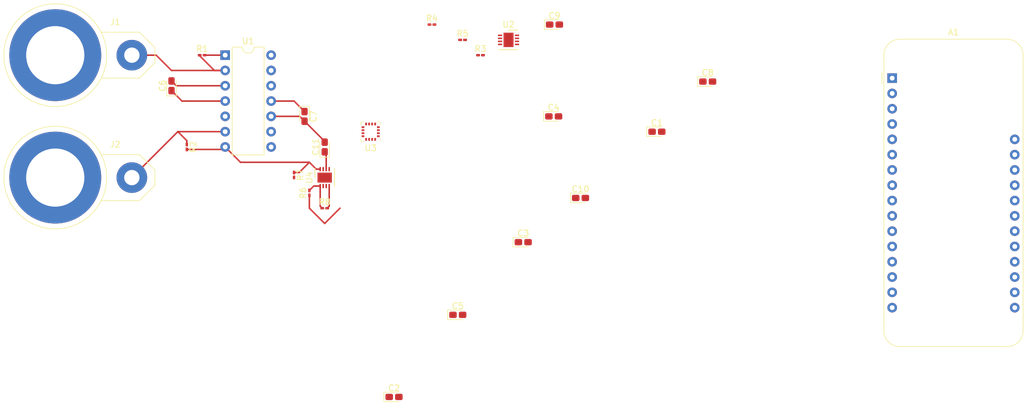
<source format=kicad_pcb>
(kicad_pcb (version 20211014) (generator pcbnew)
  (layers (0 "F.Cu" signal) (31 "B.Cu" signal) (34 "B.Paste" user) (35 "F.Paste" user) (36 "B.SilkS" user "B.Silkscreen") (37 "F.SilkS" user "F.Silkscreen") (38 "B.Mask" user) (39 "F.Mask" user) (44 "Edge.Cuts" user))
  (net 0 "")
  (net 29 "Net-(C1-Pad1)")
  (net 30 "GND")
  (net 31 "Net-(U3-Pad3)")
  (net 32 "Net-(U3-Pad9)")
  (net 33 "Net-(U3-Pad2)")
  (net 34 "Net-(U3-Pad11)")
  (net 35 "Net-(U1-Pad4)")
  (net 36 "Net-(U1-Pad11)")
  (net 37 "Net-(U2-Pad3)")
  (net 38 "Net-(U2-Pad6)")
  (net 39 "Net-(U4-Pad3)")
  (net 40 "Net-(U4-Pad6)")
  (net 41 "Net-(U1-Pad2)")
  (net 43 "Net-(U1-Pad6)")
  (net 45 "Net-(U1-Pad1)")
  (net 46 "Net-(U1-Pad7)")
  (net 47 "Net-(U2-Pad1)")
  (net 48 "Net-(U3-Pad5)")
  (net 49 "Net-(U3-Pad6)")
  (net 50 "Net-(U4-Pad1)")
  (net 51 "Net-(U3-Pad7)")
  (net 54 "Net-(U3-Pad8)")
  (footprint "Resistor_SMD:R_0201_0603Metric_Pad0.64x0.40mm_HandSolder" (layer "F.Cu") (at 142.6725 71.12)
    (fp_text reference "R3" (at 0 -1.05) (layer "F.SilkS"))
    (fp_text value "R")
    (pad "1" smd roundrect (at -0.4075 0) (size 0.635 0.4) (layers "F.Cu" "F.Mask") (net 30 "GND"))
    (pad "2" smd roundrect (at 0.4075 0) (size 0.635 0.4) (layers "F.Cu" "F.Mask") (net 47 "Net-(U2-Pad1)"))
  )
  (footprint "Resistor_SMD:R_0201_0603Metric_Pad0.64x0.40mm_HandSolder" (layer "F.Cu") (at 116.84 96.52)
    (fp_text reference "R8" (at 0 -1.05) (layer "F.SilkS"))
    (fp_text value "R")
    (pad "1" smd roundrect (at -0.4075 0) (size 0.635 0.4) (layers "F.Cu" "F.Mask") (net 50 "Net-(U4-Pad1)"))
    (pad "2" smd roundrect (at 0.4075 0) (size 0.635 0.4) (layers "F.Cu" "F.Mask") (net 54 "Net-(U3-Pad8)"))
  )
  (footprint "Capacitor_Tantalum_SMD:CP_EIA-1608-10_AVX-L_Pad1.25x1.05mm_HandSolder" (layer "F.Cu") (at 180.34 75.5)
    (fp_text reference "C8" (at 0 -1.48) (layer "F.SilkS"))
    (fp_text value "Cap")
    (fp_line (start -1.685 -0.785) (end -1.685 0.785) (layer "F.SilkS") (width 0.12))
    (fp_line (start 0.8 -0.785) (end -1.685 -0.785) (layer "F.SilkS") (width 0.12))
    (fp_line (start -1.685 0.785) (end 0.8 0.785) (layer "F.SilkS") (width 0.12))
    (pad "1" smd roundrect (at -0.8 0) (size 1.25 1.05) (layers "F.Cu" "F.Paste" "F.Mask") (roundrect_rratio 0.238095) (net 37 "Net-(U2-Pad3)"))
    (pad "2" smd roundrect (at 0.8 0) (size 1.25 1.05) (layers "F.Cu" "F.Paste" "F.Mask") (roundrect_rratio 0.238095) (net 30 "GND"))
  )
  (footprint "Capacitor_Tantalum_SMD:CP_EIA-1608-10_AVX-L_Pad1.25x1.05mm_HandSolder" (layer "F.Cu") (at 138.905 114.22)
    (fp_text reference "C5" (at 0 -1.48) (layer "F.SilkS"))
    (fp_text value "Cap")
    (fp_line (start -1.685 0.785) (end 0.8 0.785) (layer "F.SilkS") (width 0.12))
    (fp_line (start 0.8 -0.785) (end -1.685 -0.785) (layer "F.SilkS") (width 0.12))
    (fp_line (start -1.685 -0.785) (end -1.685 0.785) (layer "F.SilkS") (width 0.12))
    (pad "1" smd roundrect (at -0.8 0) (size 1.25 1.05) (layers "F.Cu" "F.Paste" "F.Mask") (roundrect_rratio 0.238095) (net 34 "Net-(U3-Pad11)"))
    (pad "2" smd roundrect (at 0.8 0) (size 1.25 1.05) (layers "F.Cu" "F.Paste" "F.Mask") (roundrect_rratio 0.238095) (net 30 "GND"))
  )
  (footprint "Capacitor_Tantalum_SMD:CP_EIA-1608-10_AVX-L_Pad1.25x1.05mm_HandSolder" (layer "F.Cu") (at 116.84 86.36 90)
    (fp_text reference "C11" (at 0 -1.48 90) (layer "F.SilkS"))
    (fp_text value "Cap")
    (fp_line (start -1.685 -0.785) (end -1.685 0.785) (layer "F.SilkS") (width 0.12))
    (fp_line (start 0.8 -0.785) (end -1.685 -0.785) (layer "F.SilkS") (width 0.12))
    (fp_line (start -1.685 0.785) (end 0.8 0.785) (layer "F.SilkS") (width 0.12))
    (pad "1" smd roundrect (at -0.8 0 90) (size 1.25 1.05) (layers "F.Cu" "F.Paste" "F.Mask") (roundrect_rratio 0.238095) (net 40 "Net-(U4-Pad6)"))
    (pad "2" smd roundrect (at 0.8 0 90) (size 1.25 1.05) (layers "F.Cu" "F.Paste" "F.Mask") (roundrect_rratio 0.238095) (net 30 "GND"))
  )
  (footprint "Capacitor_Tantalum_SMD:CP_EIA-1608-10_AVX-L_Pad1.25x1.05mm_HandSolder" (layer "F.Cu") (at 154.94 66.04)
    (fp_text reference "C9" (at 0 -1.48) (layer "F.SilkS"))
    (fp_text value "Cap")
    (fp_line (start 0.8 -0.785) (end -1.685 -0.785) (layer "F.SilkS") (width 0.12))
    (fp_line (start -1.685 -0.785) (end -1.685 0.785) (layer "F.SilkS") (width 0.12))
    (fp_line (start -1.685 0.785) (end 0.8 0.785) (layer "F.SilkS") (width 0.12))
    (pad "1" smd roundrect (at -0.8 0) (size 1.25 1.05) (layers "F.Cu" "F.Paste" "F.Mask") (roundrect_rratio 0.238095) (net 38 "Net-(U2-Pad6)"))
    (pad "2" smd roundrect (at 0.8 0) (size 1.25 1.05) (layers "F.Cu" "F.Paste" "F.Mask") (roundrect_rratio 0.238095) (net 30 "GND"))
  )
  (footprint "Resistor_SMD:R_0201_0603Metric_Pad0.64x0.40mm_HandSolder" (layer "F.Cu") (at 93.98 86.36 -90)
    (fp_text reference "R2" (at 0 -1.05 90) (layer "F.SilkS"))
    (fp_text value "R")
    (pad "1" smd roundrect (at -0.4075 0 270) (size 0.635 0.4) (layers "F.Cu" "F.Mask") (net 43 "Net-(U1-Pad6)"))
    (pad "2" smd roundrect (at 0.4075 0 270) (size 0.635 0.4) (layers "F.Cu" "F.Mask") (net 46 "Net-(U1-Pad7)"))
  )
  (footprint "Resistor_SMD:R_0201_0603Metric_Pad0.64x0.40mm_HandSolder" (layer "F.Cu") (at 139.7 68.58)
    (fp_text reference "R5" (at 0 -1.05) (layer "F.SilkS"))
    (fp_text value "R")
    (pad "1" smd roundrect (at -0.4075 0) (size 0.635 0.4) (layers "F.Cu" "F.Mask") (net 47 "Net-(U2-Pad1)"))
    (pad "2" smd roundrect (at 0.4075 0) (size 0.635 0.4) (layers "F.Cu" "F.Mask") (net 49 "Net-(U3-Pad6)"))
  )
  (footprint "Capacitor_Tantalum_SMD:CP_EIA-1608-10_AVX-L_Pad1.25x1.05mm_HandSolder" (layer "F.Cu") (at 91.44 76.2 90)
    (fp_text reference "C6" (at 0 -1.48 90) (layer "F.SilkS"))
    (fp_text value "Cap")
    (fp_line (start -1.685 -0.785) (end -1.685 0.785) (layer "F.SilkS") (width 0.12))
    (fp_line (start 0.8 -0.785) (end -1.685 -0.785) (layer "F.SilkS") (width 0.12))
    (fp_line (start -1.685 0.785) (end 0.8 0.785) (layer "F.SilkS") (width 0.12))
    (pad "1" smd roundrect (at -0.8 0 90) (size 1.25 1.05) (layers "F.Cu" "F.Paste" "F.Mask") (roundrect_rratio 0.238095) (net 35 "Net-(U1-Pad4)"))
    (pad "2" smd roundrect (at 0.8 0 90) (size 1.25 1.05) (layers "F.Cu" "F.Paste" "F.Mask") (roundrect_rratio 0.238095) (net 30 "GND"))
  )
  (footprint "Package_DFN_QFN:DFN-8-1EP_3x3mm_P0.5mm_EP1.66x2.38mm" (layer "F.Cu") (at 116.84 91.44 90)
    (fp_text reference "U4" (at 0 -2.55 90) (layer "F.SilkS"))
    (fp_text value "Diff")
    (fp_line (start -1.5 1.625) (end 1.5 1.625) (layer "F.SilkS") (width 0.15))
    (fp_line (start 0 -1.625) (end 1.5 -1.625) (layer "F.SilkS") (width 0.15))
    (pad "1" smd rect (at -1.4 -0.75 90) (size 0.7 0.25) (layers "F.Cu" "F.Paste" "F.Mask") (net 50 "Net-(U4-Pad1)"))
    (pad "2" smd rect (at -1.4 -0.25 90) (size 0.7 0.25) (layers "F.Cu" "F.Paste" "F.Mask"))
    (pad "3" smd rect (at -1.4 0.25 90) (size 0.7 0.25) (layers "F.Cu" "F.Paste" "F.Mask") (net 39 "Net-(U4-Pad3)"))
    (pad "4" smd rect (at -1.4 0.75 90) (size 0.7 0.25) (layers "F.Cu" "F.Paste" "F.Mask") (net 54 "Net-(U3-Pad8)"))
    (pad "5" smd rect (at 1.4 0.75 90) (size 0.7 0.25) (layers "F.Cu" "F.Paste" "F.Mask") (net 51 "Net-(U3-Pad7)"))
    (pad "6" smd rect (at 1.4 0.25 90) (size 0.7 0.25) (layers "F.Cu" "F.Paste" "F.Mask") (net 40 "Net-(U4-Pad6)"))
    (pad "7" smd rect (at 1.4 -0.25 90) (size 0.7 0.25) (layers "F.Cu" "F.Paste" "F.Mask"))
    (pad "8" smd rect (at 1.4 -0.75 90) (size 0.7 0.25) (layers "F.Cu" "F.Paste" "F.Mask") (net 46 "Net-(U1-Pad7)"))
    (pad "9" smd rect (at 0 0 90) (size 1.66 2.38) (layers "F.Cu" "F.Mask") (net 40 "Net-(U4-Pad6)"))
  )
  (footprint "Package_DIP:DIP-14_W7.62mm" (layer "F.Cu") (at 100.34 71.115)
    (fp_text reference "U1" (at 3.81 -2.33) (layer "F.SilkS"))
    (fp_text value "Opamp_Quad")
    (fp_line (start 2.81 -1.33) (end 1.16 -1.33) (layer "F.SilkS") (width 0.12))
    (fp_line (start 6.46 -1.33) (end 4.81 -1.33) (layer "F.SilkS") (width 0.12))
    (fp_line (start 1.16 -1.33) (end 1.16 16.57) (layer "F.SilkS") (width 0.12))
    (fp_line (start 6.46 16.57) (end 6.46 -1.33) (layer "F.SilkS") (width 0.12))
    (fp_line (start 1.16 16.57) (end 6.46 16.57) (layer "F.SilkS") (width 0.12))
    (fp_arc (start 4.81 -1.33) (mid 3.81 -0.33) (end 2.81 -1.33) (layer "F.SilkS") (width 0.12))
    (pad "1" thru_hole rect (at 0 0) (size 1.6 1.6) (drill 0.8) (layers *.Cu *.Mask) (net 45 "Net-(U1-Pad1)"))
    (pad "2" thru_hole oval (at 0 2.54) (size 1.6 1.6) (drill 0.8) (layers *.Cu *.Mask) (net 41 "Net-(U1-Pad2)"))
    (pad "3" thru_hole oval (at 0 5.08) (size 1.6 1.6) (drill 0.8) (layers *.Cu *.Mask) (net 30 "GND"))
    (pad "4" thru_hole oval (at 0 7.62) (size 1.6 1.6) (drill 0.8) (layers *.Cu *.Mask) (net 35 "Net-(U1-Pad4)"))
    (pad "5" thru_hole oval (at 0 10.16) (size 1.6 1.6) (drill 0.8) (layers *.Cu *.Mask) (net 30 "GND"))
    (pad "6" thru_hole oval (at 0 12.7) (size 1.6 1.6) (drill 0.8) (layers *.Cu *.Mask) (net 43 "Net-(U1-Pad6)"))
    (pad "7" thru_hole oval (at 0 15.24) (size 1.6 1.6) (drill 0.8) (layers *.Cu *.Mask) (net 46 "Net-(U1-Pad7)"))
    (pad "8" thru_hole oval (at 7.62 15.24) (size 1.6 1.6) (drill 0.8) (layers *.Cu *.Mask) (net 30 "GND"))
    (pad "9" thru_hole oval (at 7.62 12.7) (size 1.6 1.6) (drill 0.8) (layers *.Cu *.Mask) (net 30 "GND"))
    (pad "10" thru_hole oval (at 7.62 10.16) (size 1.6 1.6) (drill 0.8) (layers *.Cu *.Mask) (net 30 "GND"))
    (pad "11" thru_hole oval (at 7.62 7.62) (size 1.6 1.6) (drill 0.8) (layers *.Cu *.Mask) (net 36 "Net-(U1-Pad11)"))
    (pad "12" thru_hole oval (at 7.62 5.08) (size 1.6 1.6) (drill 0.8) (layers *.Cu *.Mask) (net 30 "GND"))
    (pad "13" thru_hole oval (at 7.62 2.54) (size 1.6 1.6) (drill 0.8) (layers *.Cu *.Mask) (net 30 "GND"))
    (pad "14" thru_hole oval (at 7.62 0) (size 1.6 1.6) (drill 0.8) (layers *.Cu *.Mask) (net 30 "GND"))
  )
  (footprint "Resistor_SMD:R_0201_0603Metric_Pad0.64x0.40mm_HandSolder" (layer "F.Cu") (at 96.52 71.12)
    (fp_text reference "R1" (at 0 -1.05) (layer "F.SilkS"))
    (fp_text value "R")
    (pad "1" smd roundrect (at -0.4075 0) (size 0.635 0.4) (layers "F.Cu" "F.Mask") (net 41 "Net-(U1-Pad2)"))
    (pad "2" smd roundrect (at 0.4075 0) (size 0.635 0.4) (layers "F.Cu" "F.Mask") (net 45 "Net-(U1-Pad1)"))
  )
  (footprint "Resistor_SMD:R_0201_0603Metric_Pad0.64x0.40mm_HandSolder" (layer "F.Cu") (at 134.62 66.04)
    (fp_text reference "R4" (at 0 -1.05) (layer "F.SilkS"))
    (fp_text value "R")
    (pad "1" smd roundrect (at -0.4075 0) (size 0.635 0.4) (layers "F.Cu" "F.Mask") (net 45 "Net-(U1-Pad1)"))
    (pad "2" smd roundrect (at 0.4075 0) (size 0.635 0.4) (layers "F.Cu" "F.Mask") (net 48 "Net-(U3-Pad5)"))
  )
  (footprint "Capacitor_Tantalum_SMD:CP_EIA-1608-10_AVX-L_Pad1.25x1.05mm_HandSolder" (layer "F.Cu") (at 154.805 81.28)
    (fp_text reference "C4" (at 0 -1.48) (layer "F.SilkS"))
    (fp_text value "Cap")
    (fp_line (start -1.685 -0.785) (end -1.685 0.785) (layer "F.SilkS") (width 0.12))
    (fp_line (start 0.8 -0.785) (end -1.685 -0.785) (layer "F.SilkS") (width 0.12))
    (fp_line (start -1.685 0.785) (end 0.8 0.785) (layer "F.SilkS") (width 0.12))
    (pad "1" smd roundrect (at -0.8 0) (size 1.25 1.05) (layers "F.Cu" "F.Paste" "F.Mask") (roundrect_rratio 0.238095) (net 33 "Net-(U3-Pad2)"))
    (pad "2" smd roundrect (at 0.8 0) (size 1.25 1.05) (layers "F.Cu" "F.Paste" "F.Mask") (roundrect_rratio 0.238095) (net 30 "GND"))
  )
  (footprint "Resistor_SMD:R_0201_0603Metric_Pad0.64x0.40mm_HandSolder" (layer "F.Cu") (at 114.3 93.98 90)
    (fp_text reference "R6" (at 0 -1.05 90) (layer "F.SilkS"))
    (fp_text value "R")
    (pad "1" smd roundrect (at -0.4075 0 90) (size 0.635 0.4) (layers "F.Cu" "F.Mask") (net 30 "GND"))
    (pad "2" smd roundrect (at 0.4075 0 90) (size 0.635 0.4) (layers "F.Cu" "F.Mask") (net 50 "Net-(U4-Pad1)"))
  )
  (footprint "Capacitor_Tantalum_SMD:CP_EIA-1608-10_AVX-L_Pad1.25x1.05mm_HandSolder" (layer "F.Cu") (at 128.335 127.85)
    (fp_text reference "C2" (at 0 -1.48) (layer "F.SilkS"))
    (fp_text value "Cap")
    (fp_line (start 0.8 -0.785) (end -1.685 -0.785) (layer "F.SilkS") (width 0.12))
    (fp_line (start -1.685 -0.785) (end -1.685 0.785) (layer "F.SilkS") (width 0.12))
    (fp_line (start -1.685 0.785) (end 0.8 0.785) (layer "F.SilkS") (width 0.12))
    (pad "1" smd roundrect (at -0.8 0) (size 1.25 1.05) (layers "F.Cu" "F.Paste" "F.Mask") (roundrect_rratio 0.238095) (net 31 "Net-(U3-Pad3)"))
    (pad "2" smd roundrect (at 0.8 0) (size 1.25 1.05) (layers "F.Cu" "F.Paste" "F.Mask") (roundrect_rratio 0.238095) (net 30 "GND"))
  )
  (footprint "Capacitor_Tantalum_SMD:CP_EIA-1608-10_AVX-L_Pad1.25x1.05mm_HandSolder" (layer "F.Cu") (at 149.755 102.16)
    (fp_text reference "C3" (at 0 -1.48) (layer "F.SilkS"))
    (fp_text value "Cap")
    (fp_line (start 0.8 -0.785) (end -1.685 -0.785) (layer "F.SilkS") (width 0.12))
    (fp_line (start -1.685 0.785) (end 0.8 0.785) (layer "F.SilkS") (width 0.12))
    (fp_line (start -1.685 -0.785) (end -1.685 0.785) (layer "F.SilkS") (width 0.12))
    (pad "1" smd roundrect (at -0.8 0) (size 1.25 1.05) (layers "F.Cu" "F.Paste" "F.Mask") (roundrect_rratio 0.238095) (net 32 "Net-(U3-Pad9)"))
    (pad "2" smd roundrect (at 0.8 0) (size 1.25 1.05) (layers "F.Cu" "F.Paste" "F.Mask") (roundrect_rratio 0.238095) (net 30 "GND"))
  )
  (footprint "Package_LGA:LGA-16_3x3mm_P0.5mm" (layer "F.Cu") (at 124.46 83.82 180)
    (fp_text reference "U3" (at 0 -2.7) (layer "F.SilkS"))
    (fp_text value "ADC")
    (fp_line (start 1.6 1.6) (end 1.6 1.1) (layer "F.SilkS") (width 0.1))
    (fp_line (start -1.6 -1.6) (end -1.6 -1.1) (layer "F.SilkS") (width 0.1))
    (fp_line (start 1.6 1.6) (end 1.1 1.6) (layer "F.SilkS") (width 0.1))
    (fp_line (start -1.6 1.6) (end -1.1 1.6) (layer "F.SilkS") (width 0.1))
    (fp_line (start 1.6 -1.6) (end 1.6 -1.1) (layer "F.SilkS") (width 0.1))
    (fp_line (start -1.6 1.6) (end -1.6 1.1) (layer "F.SilkS") (width 0.1))
    (fp_line (start 1.1 -1.6) (end 1.6 -1.6) (layer "F.SilkS") (width 0.1))
    (fp_line (start 1.6 1.1) (end 1.6 1.6) (layer "F.SilkS") (width 0.1))
    (pad "1" smd rect (at -1.275 -0.75 270) (size 0.3 0.45) (layers "F.Cu" "F.Paste" "F.Mask") (net 30 "GND"))
    (pad "2" smd rect (at -1.275 -0.25 270) (size 0.3 0.45) (layers "F.Cu" "F.Paste" "F.Mask") (net 33 "Net-(U3-Pad2)"))
    (pad "3" smd rect (at -1.275 0.25 270) (size 0.3 0.45) (layers "F.Cu" "F.Paste" "F.Mask") (net 31 "Net-(U3-Pad3)"))
    (pad "4" smd rect (at -1.275 0.75 270) (size 0.3 0.45) (layers "F.Cu" "F.Paste" "F.Mask") (net 29 "Net-(C1-Pad1)"))
    (pad "5" smd rect (at -0.75 1.275 180) (size 0.3 0.45) (layers "F.Cu" "F.Paste" "F.Mask") (net 48 "Net-(U3-Pad5)"))
    (pad "6" smd rect (at -0.25 1.275 180) (size 0.3 0.45) (layers "F.Cu" "F.Paste" "F.Mask") (net 49 "Net-(U3-Pad6)"))
    (pad "7" smd rect (at 0.25 1.275 180) (size 0.3 0.45) (layers "F.Cu" "F.Paste" "F.Mask") (net 51 "Net-(U3-Pad7)"))
    (pad "8" smd rect (at 0.75 1.275 180) (size 0.3 0.45) (layers "F.Cu" "F.Paste" "F.Mask") (net 54 "Net-(U3-Pad8)"))
    (pad "9" smd rect (at 1.275 0.75 270) (size 0.3 0.45) (layers "F.Cu" "F.Paste" "F.Mask") (net 32 "Net-(U3-Pad9)"))
    (pad "10" smd rect (at 1.275 0.25 270) (size 0.3 0.45) (layers "F.Cu" "F.Paste" "F.Mask") (net 30 "GND"))
    (pad "11" smd rect (at 1.275 -0.25 270) (size 0.3 0.45) (layers "F.Cu" "F.Paste" "F.Mask") (net 34 "Net-(U3-Pad11)"))
    (pad "12" smd rect (at 1.275 -0.75 270) (size 0.3 0.45) (layers "F.Cu" "F.Paste" "F.Mask"))
    (pad "13" smd rect (at 0.75 -1.275 180) (size 0.3 0.45) (layers "F.Cu" "F.Paste" "F.Mask"))
    (pad "14" smd rect (at 0.25 -1.275 180) (size 0.3 0.45) (layers "F.Cu" "F.Paste" "F.Mask"))
    (pad "15" smd rect (at -0.25 -1.275 180) (size 0.3 0.45) (layers "F.Cu" "F.Paste" "F.Mask"))
    (pad "16" smd rect (at -0.75 -1.275 180) (size 0.3 0.45) (layers "F.Cu" "F.Paste" "F.Mask"))
  )
  (footprint "Connector_Coaxial:BNC_PanelMountable_Vertical" (layer "F.Cu") (at 84.867617 71.120001)
    (fp_text reference "J1" (at -2.75 -5.5) (layer "F.SilkS"))
    (fp_text value "Conn_Coaxial")
    (fp_line (start -5.08 3.81) (end 1.27 3.81) (layer "F.SilkS") (width 0.12))
    (fp_line (start 1.27 -3.81) (end -5.08 -3.81) (layer "F.SilkS") (width 0.12))
    (fp_line (start 1.27 3.81) (end 3.81 1.27) (layer "F.SilkS") (width 0.12))
    (fp_line (start 3.81 1.27) (end 3.81 -1.27) (layer "F.SilkS") (width 0.12))
    (fp_line (start 3.81 -1.27) (end 1.27 -3.81) (layer "F.SilkS") (width 0.12))
    (fp_circle (center -12.7 0) (end -5.08 3.81) (layer "F.SilkS") (width 0.12) (fill none))
    (pad "1" thru_hole circle (at 0 0) (size 5.08 5.08) (drill 2.54) (layers *.Cu *.Mask) (net 41 "Net-(U1-Pad2)"))
    (pad "2" thru_hole circle (at -12.7 0) (size 15.24 15.24) (drill 9.65) (layers *.Cu *.Mask))
  )
  (footprint "Capacitor_Tantalum_SMD:CP_EIA-1608-10_AVX-L_Pad1.25x1.05mm_HandSolder" (layer "F.Cu") (at 113.5 81.28 -90)
    (fp_text reference "C7" (at 0 -1.48 90) (layer "F.SilkS"))
    (fp_text value "Cap")
    (fp_line (start -1.685 0.785) (end 0.8 0.785) (layer "F.SilkS") (width 0.12))
    (fp_line (start -1.685 -0.785) (end -1.685 0.785) (layer "F.SilkS") (width 0.12))
    (fp_line (start 0.8 -0.785) (end -1.685 -0.785) (layer "F.SilkS") (width 0.12))
    (pad "1" smd roundrect (at -0.8 0 270) (size 1.25 1.05) (layers "F.Cu" "F.Paste" "F.Mask") (roundrect_rratio 0.238095) (net 36 "Net-(U1-Pad11)"))
    (pad "2" smd roundrect (at 0.8 0 270) (size 1.25 1.05) (layers "F.Cu" "F.Paste" "F.Mask") (roundrect_rratio 0.238095) (net 30 "GND"))
  )
  (footprint "Capacitor_Tantalum_SMD:CP_EIA-1608-10_AVX-L_Pad1.25x1.05mm_HandSolder" (layer "F.Cu") (at 171.92 83.82)
    (fp_text reference "C1" (at 0 -1.48) (layer "F.SilkS"))
    (fp_text value "Cap")
    (fp_line (start -1.685 0.785) (end 0.8 0.785) (layer "F.SilkS") (width 0.12))
    (fp_line (start 0.8 -0.785) (end -1.685 -0.785) (layer "F.SilkS") (width 0.12))
    (fp_line (start -1.685 -0.785) (end -1.685 0.785) (layer "F.SilkS") (width 0.12))
    (pad "1" smd roundrect (at -0.8 0) (size 1.25 1.05) (layers "F.Cu" "F.Paste" "F.Mask") (roundrect_rratio 0.238095) (net 29 "Net-(C1-Pad1)"))
    (pad "2" smd roundrect (at 0.8 0) (size 1.25 1.05) (layers "F.Cu" "F.Paste" "F.Mask") (roundrect_rratio 0.238095) (net 30 "GND"))
  )
  (footprint "Connector_Coaxial:BNC_PanelMountable_Vertical" (layer "F.Cu") (at 84.867617 91.440001)
    (fp_text reference "J2" (at -2.75 -5.5) (layer "F.SilkS"))
    (fp_text value "Conn_Coaxial")
    (fp_line (start 3.81 1.27) (end 3.81 -1.27) (layer "F.SilkS") (width 0.12))
    (fp_line (start 3.81 -1.27) (end 1.27 -3.81) (layer "F.SilkS") (width 0.12))
    (fp_line (start -5.08 3.81) (end 1.27 3.81) (layer "F.SilkS") (width 0.12))
    (fp_line (start 1.27 -3.81) (end -5.08 -3.81) (layer "F.SilkS") (width 0.12))
    (fp_line (start 1.27 3.81) (end 3.81 1.27) (layer "F.SilkS") (width 0.12))
    (fp_circle (center -12.7 0) (end -5.08 3.81) (layer "F.SilkS") (width 0.12) (fill none))
    (pad "1" thru_hole circle (at 0 0) (size 5.08 5.08) (drill 2.54) (layers *.Cu *.Mask) (net 43 "Net-(U1-Pad6)"))
    (pad "2" thru_hole circle (at -12.7 0) (size 15.24 15.24) (drill 9.65) (layers *.Cu *.Mask))
  )
  (footprint "Capacitor_Tantalum_SMD:CP_EIA-1608-10_AVX-L_Pad1.25x1.05mm_HandSolder" (layer "F.Cu") (at 159.255 94.82)
    (fp_text reference "C10" (at 0 -1.48) (layer "F.SilkS"))
    (fp_text value "Cap")
    (fp_line (start 0.8 -0.785) (end -1.685 -0.785) (layer "F.SilkS") (width 0.12))
    (fp_line (start -1.685 0.785) (end 0.8 0.785) (layer "F.SilkS") (width 0.12))
    (fp_line (start -1.685 -0.785) (end -1.685 0.785) (layer "F.SilkS") (width 0.12))
    (pad "1" smd roundrect (at -0.8 0) (size 1.25 1.05) (layers "F.Cu" "F.Paste" "F.Mask") (roundrect_rratio 0.238095) (net 39 "Net-(U4-Pad3)"))
    (pad "2" smd roundrect (at 0.8 0) (size 1.25 1.05) (layers "F.Cu" "F.Paste" "F.Mask") (roundrect_rratio 0.238095) (net 30 "GND"))
  )
  (footprint "Resistor_SMD:R_0201_0603Metric_Pad0.64x0.40mm_HandSolder" (layer "F.Cu") (at 111.76 91.0075 -90)
    (fp_text reference "R7" (at 0 -1.05 90) (layer "F.SilkS"))
    (fp_text value "R")
    (pad "1" smd roundrect (at -0.4075 0 270) (size 0.635 0.4) (layers "F.Cu" "F.Mask") (net 46 "Net-(U1-Pad7)"))
    (pad "2" smd roundrect (at 0.4075 0 270) (size 0.635 0.4) (layers "F.Cu" "F.Mask") (net 51 "Net-(U3-Pad7)"))
  )
  (footprint "Package_DFN_QFN:DFN-8-1EP_3x3mm_P0.5mm_EP1.66x2.38mm" (layer "F.Cu") (at 147.32 68.58)
    (fp_text reference "U2" (at 0 -2.55) (layer "F.SilkS"))
    (fp_text value "Diff")
    (fp_line (start -1.5 1.625) (end 1.5 1.625) (layer "F.SilkS") (width 0.15))
    (fp_line (start 0 -1.625) (end 1.5 -1.625) (layer "F.SilkS") (width 0.15))
    (pad "1" smd rect (at -1.4 -0.75) (size 0.7 0.25) (layers "F.Cu" "F.Paste" "F.Mask") (net 47 "Net-(U2-Pad1)"))
    (pad "2" smd rect (at -1.4 -0.25) (size 0.7 0.25) (layers "F.Cu" "F.Paste" "F.Mask"))
    (pad "3" smd rect (at -1.4 0.25) (size 0.7 0.25) (layers "F.Cu" "F.Paste" "F.Mask") (net 37 "Net-(U2-Pad3)"))
    (pad "4" smd rect (at -1.4 0.75) (size 0.7 0.25) (layers "F.Cu" "F.Paste" "F.Mask") (net 49 "Net-(U3-Pad6)"))
    (pad "5" smd rect (at 1.4 0.75) (size 0.7 0.25) (layers "F.Cu" "F.Paste" "F.Mask") (net 48 "Net-(U3-Pad5)"))
    (pad "6" smd rect (at 1.4 0.25) (size 0.7 0.25) (layers "F.Cu" "F.Paste" "F.Mask") (net 38 "Net-(U2-Pad6)"))
    (pad "7" smd rect (at 1.4 -0.25) (size 0.7 0.25) (layers "F.Cu" "F.Paste" "F.Mask"))
    (pad "8" smd rect (at 1.4 -0.75) (size 0.7 0.25) (layers "F.Cu" "F.Paste" "F.Mask") (net 45 "Net-(U1-Pad1)"))
    (pad "9" smd rect (at 0 0) (size 1.66 2.38) (layers "F.Cu" "F.Mask") (net 38 "Net-(U2-Pad6)"))
  )
  (footprint "Module:Adafruit_Feather" (layer "F.Cu") (at 210.9275 74.93)
    (fp_text reference "A1" (at 10.16 -7.62) (layer "F.SilkS"))
    (fp_text value "Adafruit_Feather_Generic")
    (fp_line (start 21.7 -3.81) (end 21.7 41.91) (layer "F.SilkS") (width 0.12))
    (fp_line (start 19.05 44.56) (end 1.27 44.56) (layer "F.SilkS") (width 0.12))
    (fp_line (start -1.38 -3.81) (end -1.38 41.91) (layer "F.SilkS") (width 0.12))
    (fp_line (start 19.05 -6.46) (end 1.27 -6.46) (layer "F.SilkS") (width 0.12))
    (fp_line (start -1.7 1) (end -1.7 -1) (layer "F.SilkS") (width 0.12))
    (fp_arc (start 1.27 44.56) (mid -0.603833 43.783833) (end -1.38 41.91) (layer "F.SilkS") (width 0.12))
    (fp_arc (start 21.7 41.91) (mid 20.923833 43.783833) (end 19.05 44.56) (layer "F.SilkS") (width 0.12))
    (fp_arc (start -1.38 -3.81) (mid -0.603833 -5.683833) (end 1.27 -6.46) (layer "F.SilkS") (width 0.12))
    (fp_arc (start 19.05 -6.46) (mid 20.923833 -5.683833) (end 21.7 -3.81) (layer "F.SilkS") (width 0.12))
    (pad "1" thru_hole rect (at 0 0 180) (size 1.6 1.6) (drill 0.8) (layers *.Cu *.Mask))
    (pad "2" thru_hole circle (at 0 2.54 180) (size 1.6 1.6) (drill 0.8) (layers *.Cu *.Mask))
    (pad "3" thru_hole circle (at 0 5.08 180) (size 1.6 1.6) (drill 0.8) (layers *.Cu *.Mask))
    (pad "4" thru_hole circle (at 0 7.62 180) (size 1.6 1.6) (drill 0.8) (layers *.Cu *.Mask))
    (pad "5" thru_hole circle (at 0 10.16 180) (size 1.6 1.6) (drill 0.8) (layers *.Cu *.Mask))
    (pad "6" thru_hole circle (at 0 12.7 180) (size 1.6 1.6) (drill 0.8) (layers *.Cu *.Mask))
    (pad "7" thru_hole circle (at 0 15.24 180) (size 1.6 1.6) (drill 0.8) (layers *.Cu *.Mask))
    (pad "8" thru_hole circle (at 0 17.78 180) (size 1.6 1.6) (drill 0.8) (layers *.Cu *.Mask))
    (pad "9" thru_hole circle (at 0 20.32 180) (size 1.6 1.6) (drill 0.8) (layers *.Cu *.Mask))
    (pad "10" thru_hole circle (at 0 22.86 180) (size 1.6 1.6) (drill 0.8) (layers *.Cu *.Mask))
    (pad "11" thru_hole circle (at 0 25.4 180) (size 1.6 1.6) (drill 0.8) (layers *.Cu *.Mask))
    (pad "12" thru_hole circle (at 0 27.94 180) (size 1.6 1.6) (drill 0.8) (layers *.Cu *.Mask))
    (pad "13" thru_hole circle (at 0 30.48 180) (size 1.6 1.6) (drill 0.8) (layers *.Cu *.Mask))
    (pad "14" thru_hole circle (at 0 33.02 180) (size 1.6 1.6) (drill 0.8) (layers *.Cu *.Mask))
    (pad "15" thru_hole circle (at 0 35.56 180) (size 1.6 1.6) (drill 0.8) (layers *.Cu *.Mask))
    (pad "16" thru_hole circle (at 0 38.1 180) (size 1.6 1.6) (drill 0.8) (layers *.Cu *.Mask))
    (pad "17" thru_hole circle (at 20.32 38.1 180) (size 1.6 1.6) (drill 0.8) (layers *.Cu *.Mask))
    (pad "18" thru_hole circle (at 20.32 35.56 180) (size 1.6 1.6) (drill 0.8) (layers *.Cu *.Mask))
    (pad "19" thru_hole circle (at 20.32 33.02 180) (size 1.6 1.6) (drill 0.8) (layers *.Cu *.Mask))
    (pad "20" thru_hole circle (at 20.32 30.48 180) (size 1.6 1.6) (drill 0.8) (layers *.Cu *.Mask))
    (pad "21" thru_hole circle (at 20.32 27.94 180) (size 1.6 1.6) (drill 0.8) (layers *.Cu *.Mask))
    (pad "22" thru_hole circle (at 20.32 25.4 180) (size 1.6 1.6) (drill 0.8) (layers *.Cu *.Mask))
    (pad "23" thru_hole circle (at 20.32 22.86 180) (size 1.6 1.6) (drill 0.8) (layers *.Cu *.Mask))
    (pad "24" thru_hole circle (at 20.32 20.32 180) (size 1.6 1.6) (drill 0.8) (layers *.Cu *.Mask))
    (pad "25" thru_hole circle (at 20.32 17.78 180) (size 1.6 1.6) (drill 0.8) (layers *.Cu *.Mask))
    (pad "26" thru_hole circle (at 20.32 15.24 180) (size 1.6 1.6) (drill 0.8) (layers *.Cu *.Mask))
    (pad "27" thru_hole circle (at 20.32 12.7 180) (size 1.6 1.6) (drill 0.8) (layers *.Cu *.Mask))
    (pad "28" thru_hole circle (at 20.32 10.16 180) (size 1.6 1.6) (drill 0.8) (layers *.Cu *.Mask))
  )
  (segment (start 116.84 99.06) (end 119.38 96.52) (width 0.25) (layer "F.Cu") (net 30))
  (segment (start 113.5 82.08) (end 116.84 85.42) (width 0.25) (layer "F.Cu") (net 30))
  (segment (start 114.3 96.52) (end 116.84 99.06) (width 0.25) (layer "F.Cu") (net 30))
  (segment (start 114.3 94.3875) (end 114.3 96.52) (width 0.25) (layer "F.Cu") (net 30))
  (segment (start 112.695 81.275) (end 107.96 81.275) (width 0.25) (layer "F.Cu") (net 30))
  (segment (start 116.84 85.42) (end 116.84 85.56) (width 0.25) (layer "F.Cu") (net 30))
  (segment (start 92.235 76.195) (end 100.34 76.195) (width 0.25) (layer "F.Cu") (net 30))
  (segment (start 113.5 82.08) (end 112.695 81.275) (width 0.25) (layer "F.Cu") (net 30))
  (segment (start 91.44 75.4) (end 92.235 76.195) (width 0.25) (layer "F.Cu") (net 30))
  (segment (start 91.44 77) (end 93.175 78.735) (width 0.25) (layer "F.Cu") (net 35))
  (segment (start 93.175 78.735) (end 100.34 78.735) (width 0.25) (layer "F.Cu") (net 35))
  (segment (start 113.5 80.48) (end 111.755 78.735) (width 0.25) (layer "F.Cu") (net 36))
  (segment (start 111.755 78.735) (end 107.96 78.735) (width 0.25) (layer "F.Cu") (net 36))
  (segment (start 116.84 87.16) (end 117.09 87.41) (width 0.25) (layer "F.Cu") (net 40))
  (segment (start 117.09 87.41) (end 117.09 90.04) (width 0.25) (layer "F.Cu") (net 40))
  (segment (start 84.867617 71.120001) (end 88.900001 71.120001) (width 0.25) (layer "F.Cu") (net 41))
  (segment (start 91.44 73.66) (end 91.445 73.655) (width 0.25) (layer "F.Cu") (net 41))
  (segment (start 88.900001 71.120001) (end 91.44 73.66) (width 0.25) (layer "F.Cu") (net 41))
  (segment (start 96.1125 71.12) (end 96.1125 71.222861) (width 0.25) (layer "F.Cu") (net 41))
  (segment (start 98.544639 73.655) (end 100.34 73.655) (width 0.25) (layer "F.Cu") (net 41))
  (segment (start 96.1125 71.222861) (end 98.544639 73.655) (width 0.25) (layer "F.Cu") (net 41))
  (segment (start 91.445 73.655) (end 100.34 73.655) (width 0.25) (layer "F.Cu") (net 41))
  (segment (start 84.867617 91.440001) (end 92.492618 83.815) (width 0.25) (layer "F.Cu") (net 43))
  (segment (start 93.98 85.302382) (end 92.492618 83.815) (width 0.25) (layer "F.Cu") (net 43))
  (segment (start 92.492618 83.815) (end 100.34 83.815) (width 0.25) (layer "F.Cu") (net 43))
  (segment (start 93.98 85.9525) (end 93.98 85.302382) (width 0.25) (layer "F.Cu") (net 43))
  (segment (start 96.9275 71.12) (end 96.9325 71.115) (width 0.25) (layer "F.Cu") (net 45))
  (segment (start 96.9325 71.115) (end 100.34 71.115) (width 0.25) (layer "F.Cu") (net 45))
  (segment (start 112.6 90.6) (end 114.3 88.9) (width 0.25) (layer "F.Cu") (net 46))
  (segment (start 102.885 88.9) (end 114.3 88.9) (width 0.25) (layer "F.Cu") (net 46))
  (segment (start 93.98 86.7675) (end 99.9275 86.7675) (width 0.25) (layer "F.Cu") (net 46))
  (segment (start 100.34 86.355) (end 102.885 88.9) (width 0.25) (layer "F.Cu") (net 46))
  (segment (start 99.9275 86.7675) (end 100.34 86.355) (width 0.25) (layer "F.Cu") (net 46))
  (segment (start 111.76 90.6) (end 112.6 90.6) (width 0.25) (layer "F.Cu") (net 46))
  (segment (start 114.3 88.9) (end 115.44 90.04) (width 0.25) (layer "F.Cu") (net 46))
  (segment (start 115.44 90.04) (end 116.09 90.04) (width 0.25) (layer "F.Cu") (net 46))
  (segment (start 116.09 96.1775) (end 116.09 92.84) (width 0.25) (layer "F.Cu") (net 50))
  (segment (start 115.0325 92.84) (end 116.09 92.84) (width 0.25) (layer "F.Cu") (net 50))
  (segment (start 116.4325 96.52) (end 116.09 96.1775) (width 0.25) (layer "F.Cu") (net 50))
  (segment (start 114.3 93.5725) (end 115.0325 92.84) (width 0.25) (layer "F.Cu") (net 50))
  (segment (start 117.59 96.1775) (end 117.59 92.84) (width 0.25) (layer "F.Cu") (net 54))
  (segment (start 117.2475 96.52) (end 117.59 96.1775) (width 0.25) (layer "F.Cu") (net 54))
)
</source>
